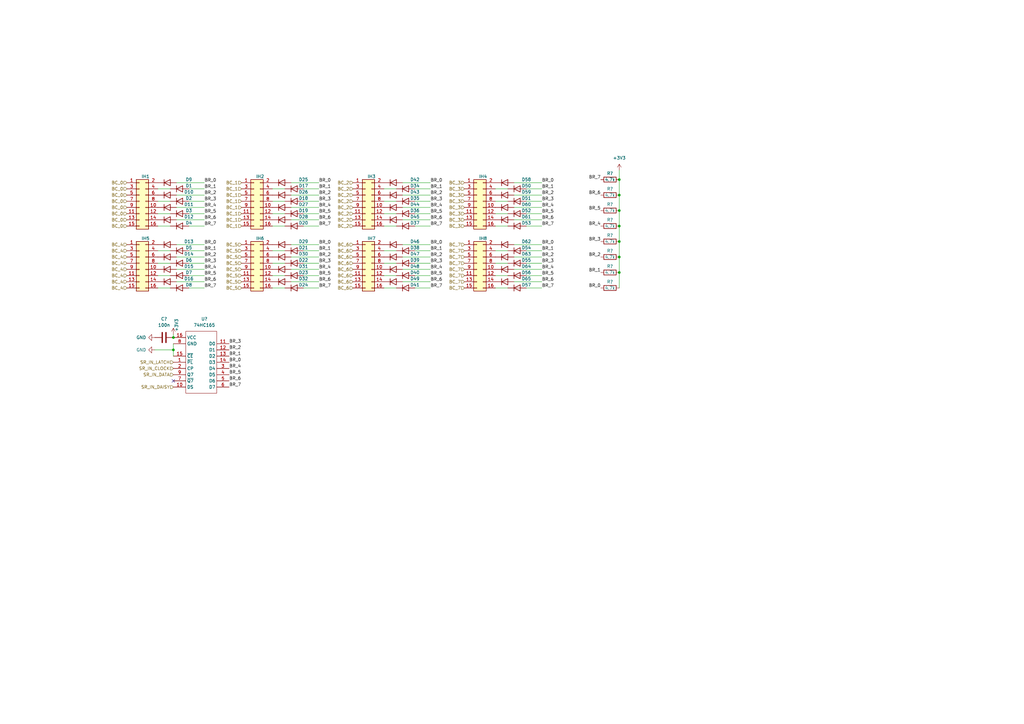
<source format=kicad_sch>
(kicad_sch (version 20211123) (generator eeschema)
  (paper "A3")
  (lib_symbols
    (symbol "Connector_Generic:Conn_02x08_Odd_Even" (pin_names (offset 1.016) hide)
      (property "Reference" "J" (at 1.27 10.16 0))
      (property "Value" "Conn_02x08_Odd_Even" (at 1.27 -12.7 0))
      (symbol "Conn_02x08_Odd_Even_1_1"
        (rectangle (start -1.27 -10.033) (end 0 -10.287) (stroke (width 0.1524)))
        (rectangle (start -1.27 -7.493) (end 0 -7.747) (stroke (width 0.1524)))
        (rectangle (start -1.27 -4.953) (end 0 -5.207) (stroke (width 0.1524)))
        (rectangle (start -1.27 -2.413) (end 0 -2.667) (stroke (width 0.1524)))
        (rectangle (start -1.27 0.127) (end 0 -0.127) (stroke (width 0.1524)))
        (rectangle (start -1.27 2.667) (end 0 2.413) (stroke (width 0.1524)))
        (rectangle (start -1.27 5.207) (end 0 4.953) (stroke (width 0.1524)))
        (rectangle (start -1.27 7.747) (end 0 7.493) (stroke (width 0.1524)))
        (rectangle (start -1.27 8.89) (end 3.81 -11.43) (stroke (width 0.254)) (fill (type background)))
        (rectangle (start 3.81 -10.033) (end 2.54 -10.287) (stroke (width 0.1524)))
        (rectangle (start 3.81 -7.493) (end 2.54 -7.747) (stroke (width 0.1524)))
        (rectangle (start 3.81 -4.953) (end 2.54 -5.207) (stroke (width 0.1524)))
        (rectangle (start 3.81 -2.413) (end 2.54 -2.667) (stroke (width 0.1524)))
        (rectangle (start 3.81 0.127) (end 2.54 -0.127) (stroke (width 0.1524)))
        (rectangle (start 3.81 2.667) (end 2.54 2.413) (stroke (width 0.1524)))
        (rectangle (start 3.81 5.207) (end 2.54 4.953) (stroke (width 0.1524)))
        (rectangle (start 3.81 7.747) (end 2.54 7.493) (stroke (width 0.1524)))
        (pin passive line (at -5.08 7.62 0) (length 3.81) (name "Pin_1") (number "1"))
        (pin passive line (at 7.62 -2.54 180) (length 3.81) (name "Pin_10") (number "10"))
        (pin passive line (at -5.08 -5.08 0) (length 3.81) (name "Pin_11") (number "11"))
        (pin passive line (at 7.62 -5.08 180) (length 3.81) (name "Pin_12") (number "12"))
        (pin passive line (at -5.08 -7.62 0) (length 3.81) (name "Pin_13") (number "13"))
        (pin passive line (at 7.62 -7.62 180) (length 3.81) (name "Pin_14") (number "14"))
        (pin passive line (at -5.08 -10.16 0) (length 3.81) (name "Pin_15") (number "15"))
        (pin passive line (at 7.62 -10.16 180) (length 3.81) (name "Pin_16") (number "16"))
        (pin passive line (at 7.62 7.62 180) (length 3.81) (name "Pin_2") (number "2"))
        (pin passive line (at -5.08 5.08 0) (length 3.81) (name "Pin_3") (number "3"))
        (pin passive line (at 7.62 5.08 180) (length 3.81) (name "Pin_4") (number "4"))
        (pin passive line (at -5.08 2.54 0) (length 3.81) (name "Pin_5") (number "5"))
        (pin passive line (at 7.62 2.54 180) (length 3.81) (name "Pin_6") (number "6"))
        (pin passive line (at -5.08 0 0) (length 3.81) (name "Pin_7") (number "7"))
        (pin passive line (at 7.62 0 180) (length 3.81) (name "Pin_8") (number "8"))
        (pin passive line (at -5.08 -2.54 0) (length 3.81) (name "Pin_9") (number "9"))
      )
    )
    (symbol "Device:C" (pin_numbers hide) (pin_names (offset 0.254))
      (property "Reference" "C" (at 0.635 2.54 0))
      (property "Value" "C" (at 0.635 -2.54 0))
      (symbol "C_0_1"
        (polyline (pts (xy -2.032 -0.762) (xy 2.032 -0.762)) (stroke (width 0.508)))
        (polyline (pts (xy -2.032 0.762) (xy 2.032 0.762)) (stroke (width 0.508)))
      )
      (symbol "C_1_1"
        (pin passive line (at 0 3.81 270) (length 2.794) (name "~") (number "1"))
        (pin passive line (at 0 -3.81 90) (length 2.794) (name "~") (number "2"))
      )
    )
    (symbol "Device:R" (pin_numbers hide) (pin_names (offset 0))
      (property "Reference" "R" (at 2.032 0 90))
      (property "Value" "R" (at 0 0 90))
      (symbol "R_0_1"
        (rectangle (start -1.016 -2.54) (end 1.016 2.54) (stroke (width 0.254)))
      )
      (symbol "R_1_1"
        (pin passive line (at 0 3.81 270) (length 1.27) (name "~") (number "1"))
        (pin passive line (at 0 -3.81 90) (length 1.27) (name "~") (number "2"))
      )
    )
    (symbol "Diode:1N4148WT" (pin_numbers hide) (pin_names (offset 1.016) hide)
      (property "Reference" "D" (at 0 2.54 0))
      (property "Value" "1N4148WT" (at 0 -2.54 0))
      (symbol "1N4148WT_0_1"
        (polyline (pts (xy -1.27 1.27) (xy -1.27 -1.27)) (stroke (width 0.254)))
        (polyline (pts (xy 1.27 0) (xy -1.27 0)))
        (polyline (pts (xy 1.27 1.27) (xy 1.27 -1.27) (xy -1.27 0) (xy 1.27 1.27)) (stroke (width 0.254)))
      )
      (symbol "1N4148WT_1_1"
        (pin passive line (at -3.81 0 0) (length 2.54) (name "K") (number "1"))
        (pin passive line (at 3.81 0 180) (length 2.54) (name "A") (number "2"))
      )
    )
    (symbol "igor_lib:74HC165"
      (property "Reference" "U?" (at 6.35 29.21 0))
      (property "Value" "74HC165" (at 6.35 26.67 0))
      (symbol "74HC165_1_0"
        (pin input line (at -5.08 12.7 0) (length 5.08) (name "~{PL}") (number "1"))
        (pin input line (at -5.08 2.54 0) (length 5.08) (name "DS") (number "10"))
        (pin input line (at 17.78 20.32 180) (length 5.08) (name "D0") (number "11"))
        (pin input line (at 17.78 17.78 180) (length 5.08) (name "D1") (number "12"))
        (pin input line (at 17.78 15.24 180) (length 5.08) (name "D2") (number "13"))
        (pin input line (at 17.78 12.7 180) (length 5.08) (name "D3") (number "14"))
        (pin input line (at -5.08 15.24 0) (length 5.08) (name "~{CE}") (number "15"))
        (pin power_in line (at -5.08 22.86 0) (length 5.08) (name "VCC") (number "16"))
        (pin input line (at -5.08 10.16 0) (length 5.08) (name "CP") (number "2"))
        (pin input line (at 17.78 10.16 180) (length 5.08) (name "D4") (number "3"))
        (pin input line (at 17.78 7.62 180) (length 5.08) (name "D5") (number "4"))
        (pin input line (at 17.78 5.08 180) (length 5.08) (name "D6") (number "5"))
        (pin input line (at 17.78 2.54 180) (length 5.08) (name "D7") (number "6"))
        (pin output line (at -5.08 5.08 0) (length 5.08) (name "~{Q7}") (number "7"))
        (pin power_in line (at -5.08 20.32 0) (length 5.08) (name "GND") (number "8"))
        (pin output line (at -5.08 7.62 0) (length 5.08) (name "Q7") (number "9"))
      )
      (symbol "74HC165_1_1"
        (rectangle (start 0 25.4) (end 12.7 0))
      )
    )
    (symbol "power:+3.3V" (power) (pin_names (offset 0))
      (property "Value" "+3.3V" (at 0 3.556 0))
      (symbol "+3.3V_0_1"
        (polyline (pts (xy -0.762 1.27) (xy 0 2.54)))
        (polyline (pts (xy 0 0) (xy 0 2.54)))
        (polyline (pts (xy 0 2.54) (xy 0.762 1.27)))
      )
      (symbol "+3.3V_1_1"
        (pin power_in line (at 0 0 90) (length 0) hide (name "+3V3") (number "1"))
      )
    )
    (symbol "power:GND" (power) (pin_names (offset 0))
      (property "Value" "GND" (at 0 -3.81 0))
      (symbol "GND_0_1"
        (polyline (pts (xy 0 0) (xy 0 -1.27) (xy 1.27 -1.27) (xy 0 -2.54) (xy -1.27 -1.27) (xy 0 -1.27)))
      )
      (symbol "GND_1_1"
        (pin power_in line (at 0 0 270) (length 0) hide (name "GND") (number "1"))
      )
    )
  )
  (junction (at 254 86.36))
  (junction (at 254 92.71))
  (junction (at 71.12 138.43))
  (junction (at 254 73.66))
  (junction (at 254 105.41))
  (junction (at 254 111.76))
  (junction (at 254 80.01))
  (junction (at 71.12 143.51))
  (junction (at 254 99.06))
  (no_connect (at 71.12 156.21))
  (wire (pts (xy 69.85 107.95) (xy 64.77 107.95)))
  (wire (pts (xy 119.38 105.41) (xy 130.81 105.41)))
  (wire (pts (xy 210.82 90.17) (xy 222.25 90.17)))
  (wire (pts (xy 69.85 102.87) (xy 64.77 102.87)))
  (wire (pts (xy 116.84 118.11) (xy 111.76 118.11)))
  (wire (pts (xy 63.5 143.51) (xy 71.12 143.51)))
  (wire (pts (xy 208.28 107.95) (xy 203.2 107.95)))
  (wire (pts (xy 210.82 74.93) (xy 222.25 74.93)))
  (wire (pts (xy 116.84 77.47) (xy 111.76 77.47)))
  (wire (pts (xy 215.9 102.87) (xy 222.25 102.87)))
  (wire (pts (xy 208.28 87.63) (xy 203.2 87.63)))
  (wire (pts (xy 72.39 115.57) (xy 83.82 115.57)))
  (wire (pts (xy 72.39 100.33) (xy 83.82 100.33)))
  (wire (pts (xy 208.28 113.03) (xy 203.2 113.03)))
  (wire (pts (xy 215.9 82.55) (xy 222.25 82.55)))
  (wire (pts (xy 119.38 110.49) (xy 130.81 110.49)))
  (wire (pts (xy 119.38 90.17) (xy 130.81 90.17)))
  (wire (pts (xy 162.56 92.71) (xy 157.48 92.71)))
  (wire (pts (xy 210.82 100.33) (xy 222.25 100.33)))
  (wire (pts (xy 77.47 107.95) (xy 83.82 107.95)))
  (wire (pts (xy 77.47 87.63) (xy 83.82 87.63)))
  (wire (pts (xy 124.46 118.11) (xy 130.81 118.11)))
  (wire (pts (xy 215.9 118.11) (xy 222.25 118.11)))
  (wire (pts (xy 72.39 74.93) (xy 83.82 74.93)))
  (wire (pts (xy 119.38 85.09) (xy 130.81 85.09)))
  (wire (pts (xy 210.82 80.01) (xy 222.25 80.01)))
  (wire (pts (xy 116.84 113.03) (xy 111.76 113.03)))
  (wire (pts (xy 77.47 102.87) (xy 83.82 102.87)))
  (wire (pts (xy 69.85 87.63) (xy 64.77 87.63)))
  (wire (pts (xy 71.12 143.51) (xy 71.12 146.05)))
  (wire (pts (xy 116.84 107.95) (xy 111.76 107.95)))
  (wire (pts (xy 162.56 102.87) (xy 157.48 102.87)))
  (wire (pts (xy 208.28 92.71) (xy 203.2 92.71)))
  (wire (pts (xy 162.56 113.03) (xy 157.48 113.03)))
  (wire (pts (xy 119.38 74.93) (xy 130.81 74.93)))
  (wire (pts (xy 165.1 90.17) (xy 176.53 90.17)))
  (wire (pts (xy 116.84 92.71) (xy 111.76 92.71)))
  (wire (pts (xy 215.9 87.63) (xy 222.25 87.63)))
  (wire (pts (xy 69.85 77.47) (xy 64.77 77.47)))
  (wire (pts (xy 210.82 85.09) (xy 222.25 85.09)))
  (wire (pts (xy 162.56 87.63) (xy 157.48 87.63)))
  (wire (pts (xy 170.18 107.95) (xy 176.53 107.95)))
  (wire (pts (xy 215.9 113.03) (xy 222.25 113.03)))
  (wire (pts (xy 69.85 113.03) (xy 64.77 113.03)))
  (wire (pts (xy 72.39 80.01) (xy 83.82 80.01)))
  (wire (pts (xy 119.38 100.33) (xy 130.81 100.33)))
  (wire (pts (xy 254 73.66) (xy 254 80.01)))
  (wire (pts (xy 77.47 77.47) (xy 83.82 77.47)))
  (wire (pts (xy 165.1 115.57) (xy 176.53 115.57)))
  (wire (pts (xy 165.1 74.93) (xy 176.53 74.93)))
  (wire (pts (xy 71.12 140.97) (xy 71.12 143.51)))
  (wire (pts (xy 162.56 107.95) (xy 157.48 107.95)))
  (wire (pts (xy 208.28 82.55) (xy 203.2 82.55)))
  (wire (pts (xy 165.1 100.33) (xy 176.53 100.33)))
  (wire (pts (xy 162.56 82.55) (xy 157.48 82.55)))
  (wire (pts (xy 210.82 105.41) (xy 222.25 105.41)))
  (wire (pts (xy 162.56 118.11) (xy 157.48 118.11)))
  (wire (pts (xy 210.82 115.57) (xy 222.25 115.57)))
  (wire (pts (xy 170.18 77.47) (xy 176.53 77.47)))
  (wire (pts (xy 77.47 82.55) (xy 83.82 82.55)))
  (wire (pts (xy 124.46 92.71) (xy 130.81 92.71)))
  (wire (pts (xy 116.84 82.55) (xy 111.76 82.55)))
  (wire (pts (xy 215.9 77.47) (xy 222.25 77.47)))
  (wire (pts (xy 116.84 87.63) (xy 111.76 87.63)))
  (wire (pts (xy 215.9 92.71) (xy 222.25 92.71)))
  (wire (pts (xy 170.18 92.71) (xy 176.53 92.71)))
  (wire (pts (xy 119.38 115.57) (xy 130.81 115.57)))
  (wire (pts (xy 165.1 105.41) (xy 176.53 105.41)))
  (wire (pts (xy 77.47 113.03) (xy 83.82 113.03)))
  (wire (pts (xy 124.46 102.87) (xy 130.81 102.87)))
  (wire (pts (xy 208.28 102.87) (xy 203.2 102.87)))
  (wire (pts (xy 124.46 82.55) (xy 130.81 82.55)))
  (wire (pts (xy 170.18 87.63) (xy 176.53 87.63)))
  (wire (pts (xy 124.46 113.03) (xy 130.81 113.03)))
  (wire (pts (xy 72.39 110.49) (xy 83.82 110.49)))
  (wire (pts (xy 69.85 118.11) (xy 64.77 118.11)))
  (wire (pts (xy 72.39 85.09) (xy 83.82 85.09)))
  (wire (pts (xy 69.85 82.55) (xy 64.77 82.55)))
  (wire (pts (xy 254 105.41) (xy 254 111.76)))
  (wire (pts (xy 254 86.36) (xy 254 92.71)))
  (wire (pts (xy 254 99.06) (xy 254 105.41)))
  (wire (pts (xy 170.18 102.87) (xy 176.53 102.87)))
  (wire (pts (xy 165.1 110.49) (xy 176.53 110.49)))
  (wire (pts (xy 254 80.01) (xy 254 86.36)))
  (wire (pts (xy 254 111.76) (xy 254 118.11)))
  (wire (pts (xy 116.84 102.87) (xy 111.76 102.87)))
  (wire (pts (xy 71.12 137.16) (xy 71.12 138.43)))
  (wire (pts (xy 170.18 118.11) (xy 176.53 118.11)))
  (wire (pts (xy 165.1 80.01) (xy 176.53 80.01)))
  (wire (pts (xy 208.28 77.47) (xy 203.2 77.47)))
  (wire (pts (xy 72.39 105.41) (xy 83.82 105.41)))
  (wire (pts (xy 215.9 107.95) (xy 222.25 107.95)))
  (wire (pts (xy 254 69.85) (xy 254 73.66)))
  (wire (pts (xy 119.38 80.01) (xy 130.81 80.01)))
  (wire (pts (xy 77.47 118.11) (xy 83.82 118.11)))
  (wire (pts (xy 165.1 85.09) (xy 176.53 85.09)))
  (wire (pts (xy 170.18 82.55) (xy 176.53 82.55)))
  (wire (pts (xy 69.85 92.71) (xy 64.77 92.71)))
  (wire (pts (xy 170.18 113.03) (xy 176.53 113.03)))
  (wire (pts (xy 162.56 77.47) (xy 157.48 77.47)))
  (wire (pts (xy 124.46 107.95) (xy 130.81 107.95)))
  (wire (pts (xy 208.28 118.11) (xy 203.2 118.11)))
  (wire (pts (xy 254 92.71) (xy 254 99.06)))
  (wire (pts (xy 124.46 87.63) (xy 130.81 87.63)))
  (wire (pts (xy 72.39 90.17) (xy 83.82 90.17)))
  (wire (pts (xy 77.47 92.71) (xy 83.82 92.71)))
  (wire (pts (xy 210.82 110.49) (xy 222.25 110.49)))
  (wire (pts (xy 124.46 77.47) (xy 130.81 77.47)))
  (label "BR_5" (at 130.81 87.63 0))
  (label "BR_6" (at 176.53 115.57 0))
  (label "BR_0" (at 222.25 74.93 0))
  (label "BR_2" (at 83.82 105.41 0))
  (label "BR_7" (at 222.25 118.11 0))
  (label "BR_4" (at 176.53 110.49 0))
  (label "BR_2" (at 222.25 80.01 0))
  (label "BR_5" (at 93.98 153.67 0))
  (label "BR_7" (at 176.53 118.11 0))
  (label "BR_5" (at 222.25 113.03 0))
  (label "BR_7" (at 93.98 158.75 0))
  (label "BR_3" (at 83.82 82.55 0))
  (label "BR_0" (at 176.53 100.33 0))
  (label "BR_6" (at 83.82 90.17 0))
  (label "BR_1" (at 83.82 102.87 0))
  (label "BR_3" (at 83.82 107.95 0))
  (label "BR_5" (at 83.82 87.63 0))
  (label "BR_1" (at 93.98 146.05 0))
  (label "BR_4" (at 246.38 92.71 180))
  (label "BR_7" (at 130.81 92.71 0))
  (label "BR_0" (at 130.81 74.93 0))
  (label "BR_3" (at 222.25 107.95 0))
  (label "BR_6" (at 176.53 90.17 0))
  (label "BR_1" (at 176.53 77.47 0))
  (label "BR_2" (at 130.81 105.41 0))
  (label "BR_3" (at 246.38 99.06 180))
  (label "BR_6" (at 83.82 115.57 0))
  (label "BR_4" (at 93.98 151.13 0))
  (label "BR_1" (at 246.38 111.76 180))
  (label "BR_6" (at 222.25 90.17 0))
  (label "BR_6" (at 93.98 156.21 0))
  (label "BR_1" (at 83.82 77.47 0))
  (label "BR_4" (at 130.81 110.49 0))
  (label "BR_5" (at 222.25 87.63 0))
  (label "BR_2" (at 130.81 80.01 0))
  (label "BR_1" (at 176.53 102.87 0))
  (label "BR_1" (at 222.25 77.47 0))
  (label "BR_0" (at 176.53 74.93 0))
  (label "BR_0" (at 83.82 74.93 0))
  (label "BR_7" (at 176.53 92.71 0))
  (label "BR_2" (at 83.82 80.01 0))
  (label "BR_4" (at 130.81 85.09 0))
  (label "BR_0" (at 83.82 100.33 0))
  (label "BR_2" (at 246.38 105.41 180))
  (label "BR_3" (at 222.25 82.55 0))
  (label "BR_4" (at 83.82 110.49 0))
  (label "BR_4" (at 176.53 85.09 0))
  (label "BR_4" (at 83.82 85.09 0))
  (label "BR_4" (at 222.25 85.09 0))
  (label "BR_6" (at 130.81 90.17 0))
  (label "BR_3" (at 176.53 82.55 0))
  (label "BR_6" (at 246.38 80.01 180))
  (label "BR_5" (at 176.53 113.03 0))
  (label "BR_7" (at 222.25 92.71 0))
  (label "BR_1" (at 222.25 102.87 0))
  (label "BR_2" (at 176.53 80.01 0))
  (label "BR_3" (at 93.98 140.97 0))
  (label "BR_0" (at 130.81 100.33 0))
  (label "BR_1" (at 130.81 77.47 0))
  (label "BR_1" (at 130.81 102.87 0))
  (label "BR_5" (at 246.38 86.36 180))
  (label "BR_7" (at 83.82 118.11 0))
  (label "BR_4" (at 222.25 110.49 0))
  (label "BR_0" (at 246.38 118.11 180))
  (label "BR_2" (at 93.98 143.51 0))
  (label "BR_2" (at 222.25 105.41 0))
  (label "BR_5" (at 83.82 113.03 0))
  (label "BR_7" (at 246.38 73.66 180))
  (label "BR_5" (at 176.53 87.63 0))
  (label "BR_3" (at 130.81 82.55 0))
  (label "BR_0" (at 93.98 148.59 0))
  (label "BR_2" (at 176.53 105.41 0))
  (label "BR_7" (at 130.81 118.11 0))
  (label "BR_7" (at 83.82 92.71 0))
  (label "BR_3" (at 130.81 107.95 0))
  (label "BR_6" (at 222.25 115.57 0))
  (label "BR_5" (at 130.81 113.03 0))
  (label "BR_0" (at 222.25 100.33 0))
  (label "BR_6" (at 130.81 115.57 0))
  (label "BR_3" (at 176.53 107.95 0))
  (hierarchical_label "BC_2" (shape input) (at 144.78 92.71 180))
  (hierarchical_label "BC_1" (shape input) (at 99.06 85.09 180))
  (hierarchical_label "BC_0" (shape input) (at 52.07 74.93 180))
  (hierarchical_label "BC_2" (shape input) (at 144.78 87.63 180))
  (hierarchical_label "SR_IN_LATCH" (shape input) (at 71.12 148.59 180))
  (hierarchical_label "BC_7" (shape input) (at 190.5 107.95 180))
  (hierarchical_label "BC_4" (shape input) (at 52.07 118.11 180))
  (hierarchical_label "BC_6" (shape input) (at 144.78 107.95 180))
  (hierarchical_label "BC_0" (shape input) (at 52.07 87.63 180))
  (hierarchical_label "SR_IN_DATA" (shape input) (at 71.12 153.67 180))
  (hierarchical_label "BC_1" (shape input) (at 99.06 74.93 180))
  (hierarchical_label "BC_4" (shape input) (at 52.07 107.95 180))
  (hierarchical_label "BC_7" (shape input) (at 190.5 110.49 180))
  (hierarchical_label "BC_1" (shape input) (at 99.06 87.63 180))
  (hierarchical_label "BC_6" (shape input) (at 144.78 115.57 180))
  (hierarchical_label "BC_2" (shape input) (at 144.78 82.55 180))
  (hierarchical_label "BC_6" (shape input) (at 144.78 118.11 180))
  (hierarchical_label "BC_3" (shape input) (at 190.5 92.71 180))
  (hierarchical_label "BC_3" (shape input) (at 190.5 87.63 180))
  (hierarchical_label "BC_0" (shape input) (at 52.07 92.71 180))
  (hierarchical_label "BC_0" (shape input) (at 52.07 82.55 180))
  (hierarchical_label "BC_6" (shape input) (at 144.78 102.87 180))
  (hierarchical_label "BC_5" (shape input) (at 99.06 110.49 180))
  (hierarchical_label "BC_3" (shape input) (at 190.5 82.55 180))
  (hierarchical_label "BC_2" (shape input) (at 144.78 85.09 180))
  (hierarchical_label "BC_5" (shape input) (at 99.06 118.11 180))
  (hierarchical_label "BC_4" (shape input) (at 52.07 105.41 180))
  (hierarchical_label "BC_5" (shape input) (at 99.06 115.57 180))
  (hierarchical_label "BC_7" (shape input) (at 190.5 100.33 180))
  (hierarchical_label "BC_1" (shape input) (at 99.06 77.47 180))
  (hierarchical_label "BC_2" (shape input) (at 144.78 77.47 180))
  (hierarchical_label "BC_4" (shape input) (at 52.07 115.57 180))
  (hierarchical_label "SR_IN_DAISY" (shape input) (at 71.12 158.75 180))
  (hierarchical_label "SR_IN_CLOCK" (shape input) (at 71.12 151.13 180))
  (hierarchical_label "BC_1" (shape input) (at 99.06 82.55 180))
  (hierarchical_label "BC_3" (shape input) (at 190.5 80.01 180))
  (hierarchical_label "BC_3" (shape input) (at 190.5 77.47 180))
  (hierarchical_label "BC_3" (shape input) (at 190.5 90.17 180))
  (hierarchical_label "BC_4" (shape input) (at 52.07 102.87 180))
  (hierarchical_label "BC_7" (shape input) (at 190.5 118.11 180))
  (hierarchical_label "BC_7" (shape input) (at 190.5 102.87 180))
  (hierarchical_label "BC_2" (shape input) (at 144.78 74.93 180))
  (hierarchical_label "BC_6" (shape input) (at 144.78 100.33 180))
  (hierarchical_label "BC_7" (shape input) (at 190.5 105.41 180))
  (hierarchical_label "BC_0" (shape input) (at 52.07 80.01 180))
  (hierarchical_label "BC_6" (shape input) (at 144.78 113.03 180))
  (hierarchical_label "BC_6" (shape input) (at 144.78 110.49 180))
  (hierarchical_label "BC_6" (shape input) (at 144.78 105.41 180))
  (hierarchical_label "BC_7" (shape input) (at 190.5 113.03 180))
  (hierarchical_label "BC_1" (shape input) (at 99.06 92.71 180))
  (hierarchical_label "BC_2" (shape input) (at 144.78 90.17 180))
  (hierarchical_label "BC_5" (shape input) (at 99.06 105.41 180))
  (hierarchical_label "BC_4" (shape input) (at 52.07 110.49 180))
  (hierarchical_label "BC_0" (shape input) (at 52.07 77.47 180))
  (hierarchical_label "BC_4" (shape input) (at 52.07 113.03 180))
  (hierarchical_label "BC_1" (shape input) (at 99.06 90.17 180))
  (hierarchical_label "BC_5" (shape input) (at 99.06 102.87 180))
  (hierarchical_label "BC_5" (shape input) (at 99.06 113.03 180))
  (hierarchical_label "BC_2" (shape input) (at 144.78 80.01 180))
  (hierarchical_label "BC_5" (shape input) (at 99.06 107.95 180))
  (hierarchical_label "BC_4" (shape input) (at 52.07 100.33 180))
  (hierarchical_label "BC_3" (shape input) (at 190.5 85.09 180))
  (hierarchical_label "BC_1" (shape input) (at 99.06 80.01 180))
  (hierarchical_label "BC_0" (shape input) (at 52.07 90.17 180))
  (hierarchical_label "BC_0" (shape input) (at 52.07 85.09 180))
  (hierarchical_label "BC_7" (shape input) (at 190.5 115.57 180))
  (hierarchical_label "BC_3" (shape input) (at 190.5 74.93 180))
  (hierarchical_label "BC_5" (shape input) (at 99.06 100.33 180))
  (symbol (lib_id "Connector_Generic:Conn_02x08_Odd_Even") (at 195.58 107.95 0) (unit 1)
    (property "Reference" "IH8" (at 198.12 97.79 0))
  )
  (symbol (lib_id "Diode:1N4148WT") (at 68.58 100.33 0) (unit 1)
    (property "Reference" "D13" (at 77.47 99.06 0))
    (property "Datasheet" "https://www.diodes.com/assets/Datasheets/ds30396.pdf" (effects hide))
    (property "LCSC" "C232841" (effects hide))
  )
  (symbol (lib_id "Diode:1N4148WT") (at 212.09 118.11 0) (unit 1)
    (property "Reference" "D57" (at 215.9 116.84 0))
    (property "Datasheet" "https://www.diodes.com/assets/Datasheets/ds30396.pdf" (effects hide))
    (property "LCSC" "C232841" (effects hide))
  )
  (symbol (lib_id "Diode:1N4148WT") (at 207.01 90.17 0) (unit 1)
    (property "Reference" "D61" (at 215.9 88.9 0))
    (property "Datasheet" "https://www.diodes.com/assets/Datasheets/ds30396.pdf" (effects hide))
    (property "LCSC" "C232841" (effects hide))
  )
  (symbol (lib_id "Diode:1N4148WT") (at 73.66 113.03 0) (unit 1)
    (property "Reference" "D7" (at 77.47 111.76 0))
    (property "Datasheet" "https://www.diodes.com/assets/Datasheets/ds30396.pdf" (effects hide))
    (property "LCSC" "C232841" (effects hide))
  )
  (symbol (lib_id "Diode:1N4148WT") (at 120.65 92.71 0) (unit 1)
    (property "Reference" "D20" (at 124.46 91.44 0))
    (property "Datasheet" "https://www.diodes.com/assets/Datasheets/ds30396.pdf" (effects hide))
    (property "LCSC" "C232841" (effects hide))
  )
  (symbol (lib_id "Diode:1N4148WT") (at 73.66 82.55 0) (unit 1)
    (property "Reference" "D2" (at 77.47 81.28 0))
    (property "Datasheet" "https://www.diodes.com/assets/Datasheets/ds30396.pdf" (effects hide))
    (property "LCSC" "C232841" (effects hide))
  )
  (symbol (lib_id "Device:R") (at 250.19 99.06 90) (unit 1)
    (property "Reference" "R?" (at 250.19 96.52 90))
    (property "Value" "4.7k" (at 250.19 99.06 90))
    (property "Footprint" "Resistor_SMD:R_0402_1005Metric" (effects hide))
    (property "LCSC" "C25900" (effects hide))
  )
  (symbol (lib_id "Connector_Generic:Conn_02x08_Odd_Even") (at 104.14 107.95 0) (unit 1)
    (property "Reference" "IH6" (at 106.68 97.79 0))
  )
  (symbol (lib_id "Diode:1N4148WT") (at 207.01 110.49 0) (unit 1)
    (property "Reference" "D64" (at 215.9 109.22 0))
    (property "Datasheet" "https://www.diodes.com/assets/Datasheets/ds30396.pdf" (effects hide))
    (property "LCSC" "C232841" (effects hide))
  )
  (symbol (lib_id "Diode:1N4148WT") (at 68.58 90.17 0) (unit 1)
    (property "Reference" "D12" (at 77.47 88.9 0))
    (property "Datasheet" "https://www.diodes.com/assets/Datasheets/ds30396.pdf" (effects hide))
    (property "LCSC" "C232841" (effects hide))
  )
  (symbol (lib_id "Diode:1N4148WT") (at 212.09 77.47 0) (unit 1)
    (property "Reference" "D50" (at 215.9 76.2 0))
    (property "Datasheet" "https://www.diodes.com/assets/Datasheets/ds30396.pdf" (effects hide))
    (property "LCSC" "C232841" (effects hide))
  )
  (symbol (lib_id "Diode:1N4148WT") (at 161.29 74.93 0) (unit 1)
    (property "Reference" "D42" (at 170.18 73.66 0))
    (property "Datasheet" "https://www.diodes.com/assets/Datasheets/ds30396.pdf" (effects hide))
    (property "LCSC" "C232841" (effects hide))
  )
  (symbol (lib_id "Device:R") (at 250.19 80.01 90) (unit 1)
    (property "Reference" "R?" (at 250.19 77.47 90))
    (property "Value" "4.7k" (at 250.19 80.01 90))
    (property "Footprint" "Resistor_SMD:R_0402_1005Metric" (effects hide))
    (property "LCSC" "C25900" (effects hide))
  )
  (symbol (lib_id "Diode:1N4148WT") (at 68.58 80.01 0) (unit 1)
    (property "Reference" "D10" (at 77.47 78.74 0))
    (property "Datasheet" "https://www.diodes.com/assets/Datasheets/ds30396.pdf" (effects hide))
    (property "LCSC" "C232841" (effects hide))
  )
  (symbol (lib_id "Diode:1N4148WT") (at 161.29 115.57 0) (unit 1)
    (property "Reference" "D49" (at 170.18 114.3 0))
    (property "Datasheet" "https://www.diodes.com/assets/Datasheets/ds30396.pdf" (effects hide))
    (property "LCSC" "C232841" (effects hide))
  )
  (symbol (lib_id "Diode:1N4148WT") (at 212.09 113.03 0) (unit 1)
    (property "Reference" "D56" (at 215.9 111.76 0))
    (property "Datasheet" "https://www.diodes.com/assets/Datasheets/ds30396.pdf" (effects hide))
    (property "LCSC" "C232841" (effects hide))
  )
  (symbol (lib_id "Device:R") (at 250.19 111.76 90) (unit 1)
    (property "Reference" "R?" (at 250.19 109.22 90))
    (property "Value" "4.7k" (at 250.19 111.76 90))
    (property "Footprint" "Resistor_SMD:R_0402_1005Metric" (effects hide))
    (property "LCSC" "C25900" (effects hide))
  )
  (symbol (lib_id "Diode:1N4148WT") (at 207.01 85.09 0) (unit 1)
    (property "Reference" "D60" (at 215.9 83.82 0))
    (property "Datasheet" "https://www.diodes.com/assets/Datasheets/ds30396.pdf" (effects hide))
    (property "LCSC" "C232841" (effects hide))
  )
  (symbol (lib_id "Diode:1N4148WT") (at 161.29 80.01 0) (unit 1)
    (property "Reference" "D43" (at 170.18 78.74 0))
    (property "Datasheet" "https://www.diodes.com/assets/Datasheets/ds30396.pdf" (effects hide))
    (property "LCSC" "C232841" (effects hide))
  )
  (symbol (lib_id "Diode:1N4148WT") (at 115.57 110.49 0) (unit 1)
    (property "Reference" "D31" (at 124.46 109.22 0))
    (property "Datasheet" "https://www.diodes.com/assets/Datasheets/ds30396.pdf" (effects hide))
    (property "LCSC" "C232841" (effects hide))
  )
  (symbol (lib_id "Diode:1N4148WT") (at 68.58 85.09 0) (unit 1)
    (property "Reference" "D11" (at 77.47 83.82 0))
    (property "Datasheet" "https://www.diodes.com/assets/Datasheets/ds30396.pdf" (effects hide))
    (property "LCSC" "C232841" (effects hide))
  )
  (symbol (lib_id "Diode:1N4148WT") (at 207.01 115.57 0) (unit 1)
    (property "Reference" "D65" (at 215.9 114.3 0))
    (property "Datasheet" "https://www.diodes.com/assets/Datasheets/ds30396.pdf" (effects hide))
    (property "LCSC" "C232841" (effects hide))
  )
  (symbol (lib_id "Diode:1N4148WT") (at 73.66 102.87 0) (unit 1)
    (property "Reference" "D5" (at 77.47 101.6 0))
    (property "Datasheet" "https://www.diodes.com/assets/Datasheets/ds30396.pdf" (effects hide))
    (property "LCSC" "C232841" (effects hide))
  )
  (symbol (lib_id "Connector_Generic:Conn_02x08_Odd_Even") (at 104.14 82.55 0) (unit 1)
    (property "Reference" "IH2" (at 106.68 72.39 0))
  )
  (symbol (lib_id "Diode:1N4148WT") (at 207.01 100.33 0) (unit 1)
    (property "Reference" "D62" (at 215.9 99.06 0))
    (property "Datasheet" "https://www.diodes.com/assets/Datasheets/ds30396.pdf" (effects hide))
    (property "LCSC" "C232841" (effects hide))
  )
  (symbol (lib_id "Diode:1N4148WT") (at 166.37 113.03 0) (unit 1)
    (property "Reference" "D40" (at 170.18 111.76 0))
    (property "Datasheet" "https://www.diodes.com/assets/Datasheets/ds30396.pdf" (effects hide))
    (property "LCSC" "C232841" (effects hide))
  )
  (symbol (lib_id "Diode:1N4148WT") (at 115.57 105.41 0) (unit 1)
    (property "Reference" "D30" (at 124.46 104.14 0))
    (property "Datasheet" "https://www.diodes.com/assets/Datasheets/ds30396.pdf" (effects hide))
    (property "LCSC" "C232841" (effects hide))
  )
  (symbol (lib_id "Diode:1N4148WT") (at 120.65 113.03 0) (unit 1)
    (property "Reference" "D23" (at 124.46 111.76 0))
    (property "Datasheet" "https://www.diodes.com/assets/Datasheets/ds30396.pdf" (effects hide))
    (property "LCSC" "C232841" (effects hide))
  )
  (symbol (lib_id "Device:R") (at 250.19 105.41 90) (unit 1)
    (property "Reference" "R?" (at 250.19 102.87 90))
    (property "Value" "4.7k" (at 250.19 105.41 90))
    (property "Footprint" "Resistor_SMD:R_0402_1005Metric" (effects hide))
    (property "LCSC" "C25900" (effects hide))
  )
  (symbol (lib_id "power:GND") (at 63.5 138.43 270) (unit 1)
    (property "Reference" "#PWR?" (effects hide))
    (property "Value" "GND" (at 55.88 138.43 90) (effects (justify left)))
  )
  (symbol (lib_id "Diode:1N4148WT") (at 68.58 115.57 0) (unit 1)
    (property "Reference" "D16" (at 77.47 114.3 0))
    (property "Datasheet" "https://www.diodes.com/assets/Datasheets/ds30396.pdf" (effects hide))
    (property "LCSC" "C232841" (effects hide))
  )
  (symbol (lib_id "igor_lib:74HC165") (at 76.2 161.29 0) (unit 1)
    (property "Reference" "U?" (at 83.82 130.81 0))
    (property "Value" "74HC165" (at 83.82 133.35 0))
    (property "Footprint" "Package_SO:SO-16_3.9x9.9mm_P1.27mm" (effects hide))
    (property "LCSC" "C5613" (effects hide))
  )
  (symbol (lib_id "Device:C") (at 67.31 138.43 90) (unit 1)
    (property "Reference" "C?" (at 67.31 130.81 90))
    (property "Value" "100n" (at 67.31 133.35 90))
    (property "Footprint" "Capacitor_SMD:C_0402_1005Metric" (effects hide))
    (property "LCSC" "C1525" (effects hide))
  )
  (symbol (lib_id "Diode:1N4148WT") (at 68.58 110.49 0) (unit 1)
    (property "Reference" "D15" (at 77.47 109.22 0))
    (property "Datasheet" "https://www.diodes.com/assets/Datasheets/ds30396.pdf" (effects hide))
    (property "LCSC" "C232841" (effects hide))
  )
  (symbol (lib_id "Diode:1N4148WT") (at 166.37 77.47 0) (unit 1)
    (property "Reference" "D34" (at 170.18 76.2 0))
    (property "Datasheet" "https://www.diodes.com/assets/Datasheets/ds30396.pdf" (effects hide))
    (property "LCSC" "C232841" (effects hide))
  )
  (symbol (lib_id "Diode:1N4148WT") (at 68.58 74.93 0) (unit 1)
    (property "Reference" "D9" (at 77.47 73.66 0))
    (property "Datasheet" "https://www.diodes.com/assets/Datasheets/ds30396.pdf" (effects hide))
    (property "LCSC" "C232841" (effects hide))
  )
  (symbol (lib_id "Diode:1N4148WT") (at 120.65 82.55 0) (unit 1)
    (property "Reference" "D18" (at 124.46 81.28 0))
    (property "Datasheet" "https://www.diodes.com/assets/Datasheets/ds30396.pdf" (effects hide))
    (property "LCSC" "C232841" (effects hide))
  )
  (symbol (lib_id "Diode:1N4148WT") (at 73.66 118.11 0) (unit 1)
    (property "Reference" "D8" (at 77.47 116.84 0))
    (property "Datasheet" "https://www.diodes.com/assets/Datasheets/ds30396.pdf" (effects hide))
    (property "LCSC" "C232841" (effects hide))
  )
  (symbol (lib_id "Diode:1N4148WT") (at 73.66 77.47 0) (unit 1)
    (property "Reference" "D1" (at 77.47 76.2 0))
    (property "Datasheet" "https://www.diodes.com/assets/Datasheets/ds30396.pdf" (effects hide))
    (property "LCSC" "C232841" (effects hide))
  )
  (symbol (lib_id "Diode:1N4148WT") (at 161.29 105.41 0) (unit 1)
    (property "Reference" "D47" (at 170.18 104.14 0))
    (property "Datasheet" "https://www.diodes.com/assets/Datasheets/ds30396.pdf" (effects hide))
    (property "LCSC" "C232841" (effects hide))
  )
  (symbol (lib_id "Diode:1N4148WT") (at 115.57 85.09 0) (unit 1)
    (property "Reference" "D27" (at 124.46 83.82 0))
    (property "Datasheet" "https://www.diodes.com/assets/Datasheets/ds30396.pdf" (effects hide))
    (property "LCSC" "C232841" (effects hide))
  )
  (symbol (lib_id "Diode:1N4148WT") (at 120.65 77.47 0) (unit 1)
    (property "Reference" "D17" (at 124.46 76.2 0))
    (property "Datasheet" "https://www.diodes.com/assets/Datasheets/ds30396.pdf" (effects hide))
    (property "LCSC" "C232841" (effects hide))
  )
  (symbol (lib_id "Device:R") (at 250.19 86.36 90) (unit 1)
    (property "Reference" "R?" (at 250.19 83.82 90))
    (property "Value" "4.7k" (at 250.19 86.36 90))
    (property "Footprint" "Resistor_SMD:R_0402_1005Metric" (effects hide))
    (property "LCSC" "C25900" (effects hide))
  )
  (symbol (lib_id "Device:R") (at 250.19 92.71 90) (unit 1)
    (property "Reference" "R?" (at 250.19 90.17 90))
    (property "Value" "4.7k" (at 250.19 92.71 90))
    (property "Footprint" "Resistor_SMD:R_0402_1005Metric" (effects hide))
    (property "LCSC" "C25900" (effects hide))
  )
  (symbol (lib_id "Diode:1N4148WT") (at 161.29 85.09 0) (unit 1)
    (property "Reference" "D44" (at 170.18 83.82 0))
    (property "Datasheet" "https://www.diodes.com/assets/Datasheets/ds30396.pdf" (effects hide))
    (property "LCSC" "C232841" (effects hide))
  )
  (symbol (lib_id "Diode:1N4148WT") (at 120.65 102.87 0) (unit 1)
    (property "Reference" "D21" (at 124.46 101.6 0))
    (property "Datasheet" "https://www.diodes.com/assets/Datasheets/ds30396.pdf" (effects hide))
    (property "LCSC" "C232841" (effects hide))
  )
  (symbol (lib_id "Diode:1N4148WT") (at 68.58 105.41 0) (unit 1)
    (property "Reference" "D14" (at 77.47 104.14 0))
    (property "Datasheet" "https://www.diodes.com/assets/Datasheets/ds30396.pdf" (effects hide))
    (property "LCSC" "C232841" (effects hide))
  )
  (symbol (lib_id "Connector_Generic:Conn_02x08_Odd_Even") (at 57.15 82.55 0) (unit 1)
    (property "Reference" "IH1" (at 59.69 72.39 0))
  )
  (symbol (lib_id "Diode:1N4148WT") (at 166.37 107.95 0) (unit 1)
    (property "Reference" "D39" (at 170.18 106.68 0))
    (property "Datasheet" "https://www.diodes.com/assets/Datasheets/ds30396.pdf" (effects hide))
    (property "LCSC" "C232841" (effects hide))
  )
  (symbol (lib_id "power:GND") (at 63.5 143.51 270) (unit 1)
    (property "Reference" "#PWR?" (effects hide))
    (property "Value" "GND" (at 55.88 143.51 90) (effects (justify left)))
  )
  (symbol (lib_id "Diode:1N4148WT") (at 115.57 100.33 0) (unit 1)
    (property "Reference" "D29" (at 124.46 99.06 0))
    (property "Datasheet" "https://www.diodes.com/assets/Datasheets/ds30396.pdf" (effects hide))
    (property "LCSC" "C232841" (effects hide))
  )
  (symbol (lib_id "Device:R") (at 250.19 73.66 90) (unit 1)
    (property "Reference" "R?" (at 250.19 71.12 90))
    (property "Value" "4.7k" (at 250.19 73.66 90))
    (property "Footprint" "Resistor_SMD:R_0402_1005Metric" (effects hide))
    (property "LCSC" "C25900" (effects hide))
  )
  (symbol (lib_id "Diode:1N4148WT") (at 166.37 82.55 0) (unit 1)
    (property "Reference" "D35" (at 170.18 81.28 0))
    (property "Datasheet" "https://www.diodes.com/assets/Datasheets/ds30396.pdf" (effects hide))
    (property "LCSC" "C232841" (effects hide))
  )
  (symbol (lib_id "Diode:1N4148WT") (at 212.09 82.55 0) (unit 1)
    (property "Reference" "D51" (at 215.9 81.28 0))
    (property "Datasheet" "https://www.diodes.com/assets/Datasheets/ds30396.pdf" (effects hide))
    (property "LCSC" "C232841" (effects hide))
  )
  (symbol (lib_id "Diode:1N4148WT") (at 166.37 102.87 0) (unit 1)
    (property "Reference" "D38" (at 170.18 101.6 0))
    (property "Datasheet" "https://www.diodes.com/assets/Datasheets/ds30396.pdf" (effects hide))
    (property "LCSC" "C232841" (effects hide))
  )
  (symbol (lib_id "Connector_Generic:Conn_02x08_Odd_Even") (at 149.86 82.55 0) (unit 1)
    (property "Reference" "IH3" (at 152.4 72.39 0))
  )
  (symbol (lib_id "Diode:1N4148WT") (at 115.57 80.01 0) (unit 1)
    (property "Reference" "D26" (at 124.46 78.74 0))
    (property "Datasheet" "https://www.diodes.com/assets/Datasheets/ds30396.pdf" (effects hide))
    (property "LCSC" "C232841" (effects hide))
  )
  (symbol (lib_id "Diode:1N4148WT") (at 212.09 87.63 0) (unit 1)
    (property "Reference" "D52" (at 215.9 86.36 0))
    (property "Datasheet" "https://www.diodes.com/assets/Datasheets/ds30396.pdf" (effects hide))
    (property "LCSC" "C232841" (effects hide))
  )
  (symbol (lib_id "Diode:1N4148WT") (at 73.66 107.95 0) (unit 1)
    (property "Reference" "D6" (at 77.47 106.68 0))
    (property "Datasheet" "https://www.diodes.com/assets/Datasheets/ds30396.pdf" (effects hide))
    (property "LCSC" "C232841" (effects hide))
  )
  (symbol (lib_id "Diode:1N4148WT") (at 115.57 115.57 0) (unit 1)
    (property "Reference" "D32" (at 124.46 114.3 0))
    (property "Datasheet" "https://www.diodes.com/assets/Datasheets/ds30396.pdf" (effects hide))
    (property "LCSC" "C232841" (effects hide))
  )
  (symbol (lib_id "Diode:1N4148WT") (at 207.01 74.93 0) (unit 1)
    (property "Reference" "D58" (at 215.9 73.66 0))
    (property "Datasheet" "https://www.diodes.com/assets/Datasheets/ds30396.pdf" (effects hide))
    (property "LCSC" "C232841" (effects hide))
  )
  (symbol (lib_id "Diode:1N4148WT") (at 166.37 92.71 0) (unit 1)
    (property "Reference" "D37" (at 170.18 91.44 0))
    (property "Datasheet" "https://www.diodes.com/assets/Datasheets/ds30396.pdf" (effects hide))
    (property "LCSC" "C232841" (effects hide))
  )
  (symbol (lib_id "Diode:1N4148WT") (at 212.09 102.87 0) (unit 1)
    (property "Reference" "D54" (at 215.9 101.6 0))
    (property "Datasheet" "https://www.diodes.com/assets/Datasheets/ds30396.pdf" (effects hide))
    (property "LCSC" "C232841" (effects hide))
  )
  (symbol (lib_id "Diode:1N4148WT") (at 212.09 107.95 0) (unit 1)
    (property "Reference" "D55" (at 215.9 106.68 0))
    (property "Datasheet" "https://www.diodes.com/assets/Datasheets/ds30396.pdf" (effects hide))
    (property "LCSC" "C232841" (effects hide))
  )
  (symbol (lib_id "power:+3.3V") (at 254 69.85 0) (unit 1)
    (property "Reference" "#PWR?" (effects hide))
    (property "Value" "+3.3V" (at 254 64.77 0))
  )
  (symbol (lib_id "Diode:1N4148WT") (at 161.29 90.17 0) (unit 1)
    (property "Reference" "D45" (at 170.18 88.9 0))
    (property "Datasheet" "https://www.diodes.com/assets/Datasheets/ds30396.pdf" (effects hide))
    (property "LCSC" "C232841" (effects hide))
  )
  (symbol (lib_id "Diode:1N4148WT") (at 207.01 105.41 0) (unit 1)
    (property "Reference" "D63" (at 215.9 104.14 0))
    (property "Datasheet" "https://www.diodes.com/assets/Datasheets/ds30396.pdf" (effects hide))
    (property "LCSC" "C232841" (effects hide))
  )
  (symbol (lib_id "Diode:1N4148WT") (at 161.29 100.33 0) (unit 1)
    (property "Reference" "D46" (at 170.18 99.06 0))
    (property "Datasheet" "https://www.diodes.com/assets/Datasheets/ds30396.pdf" (effects hide))
    (property "LCSC" "C232841" (effects hide))
  )
  (symbol (lib_id "Diode:1N4148WT") (at 73.66 87.63 0) (unit 1)
    (property "Reference" "D3" (at 77.47 86.36 0))
    (property "Datasheet" "https://www.diodes.com/assets/Datasheets/ds30396.pdf" (effects hide))
    (property "LCSC" "C232841" (effects hide))
  )
  (symbol (lib_id "Connector_Generic:Conn_02x08_Odd_Even") (at 57.15 107.95 0) (unit 1)
    (property "Reference" "IH5" (at 59.69 97.79 0))
  )
  (symbol (lib_id "Connector_Generic:Conn_02x08_Odd_Even") (at 195.58 82.55 0) (unit 1)
    (property "Reference" "IH4" (at 198.12 72.39 0))
  )
  (symbol (lib_id "Diode:1N4148WT") (at 120.65 87.63 0) (unit 1)
    (property "Reference" "D19" (at 124.46 86.36 0))
    (property "Datasheet" "https://www.diodes.com/assets/Datasheets/ds30396.pdf" (effects hide))
    (property "LCSC" "C232841" (effects hide))
  )
  (symbol (lib_id "Diode:1N4148WT") (at 207.01 80.01 0) (unit 1)
    (property "Reference" "D59" (at 215.9 78.74 0))
    (property "Datasheet" "https://www.diodes.com/assets/Datasheets/ds30396.pdf" (effects hide))
    (property "LCSC" "C232841" (effects hide))
  )
  (symbol (lib_id "Diode:1N4148WT") (at 161.29 110.49 0) (unit 1)
    (property "Reference" "D48" (at 170.18 109.22 0))
    (property "Datasheet" "https://www.diodes.com/assets/Datasheets/ds30396.pdf" (effects hide))
    (property "LCSC" "C232841" (effects hide))
  )
  (symbol (lib_id "Diode:1N4148WT") (at 120.65 107.95 0) (unit 1)
    (property "Reference" "D22" (at 124.46 106.68 0))
    (property "Datasheet" "https://www.diodes.com/assets/Datasheets/ds30396.pdf" (effects hide))
    (property "LCSC" "C232841" (effects hide))
  )
  (symbol (lib_id "Diode:1N4148WT") (at 73.66 92.71 0) (unit 1)
    (property "Reference" "D4" (at 77.47 91.44 0))
    (property "Datasheet" "https://www.diodes.com/assets/Datasheets/ds30396.pdf" (effects hide))
    (property "LCSC" "C232841" (effects hide))
  )
  (symbol (lib_id "power:+3.3V") (at 71.12 137.16 0) (unit 1)
    (property "Reference" "#PWR?" (effects hide))
    (property "Value" "+3.3V" (at 72.39 133.35 90))
  )
  (symbol (lib_id "Device:R") (at 250.19 118.11 90) (unit 1)
    (property "Reference" "R?" (at 250.19 115.57 90))
    (property "Value" "4.7k" (at 250.19 118.11 90))
    (property "Footprint" "Resistor_SMD:R_0402_1005Metric" (effects hide))
    (property "LCSC" "C25900" (effects hide))
  )
  (symbol (lib_id "Diode:1N4148WT") (at 115.57 74.93 0) (unit 1)
    (property "Reference" "D25" (at 124.46 73.66 0))
    (property "Datasheet" "https://www.diodes.com/assets/Datasheets/ds30396.pdf" (effects hide))
    (property "LCSC" "C232841" (effects hide))
  )
  (symbol (lib_id "Diode:1N4148WT") (at 212.09 92.71 0) (unit 1)
    (property "Reference" "D53" (at 215.9 91.44 0))
    (property "Datasheet" "https://www.diodes.com/assets/Datasheets/ds30396.pdf" (effects hide))
    (property "LCSC" "C232841" (effects hide))
  )
  (symbol (lib_id "Diode:1N4148WT") (at 120.65 118.11 0) (unit 1)
    (property "Reference" "D24" (at 124.46 116.84 0))
    (property "Datasheet" "https://www.diodes.com/assets/Datasheets/ds30396.pdf" (effects hide))
    (property "LCSC" "C232841" (effects hide))
  )
  (symbol (lib_id "Connector_Generic:Conn_02x08_Odd_Even") (at 149.86 107.95 0) (unit 1)
    (property "Reference" "IH7" (at 152.4 97.79 0))
  )
  (symbol (lib_id "Diode:1N4148WT") (at 166.37 118.11 0) (unit 1)
    (property "Reference" "D41" (at 170.18 116.84 0))
    (property "Datasheet" "https://www.diodes.com/assets/Datasheets/ds30396.pdf" (effects hide))
    (property "LCSC" "C232841" (effects hide))
  )
  (symbol (lib_id "Diode:1N4148WT") (at 166.37 87.63 0) (unit 1)
    (property "Reference" "D36" (at 170.18 86.36 0))
    (property "Datasheet" "https://www.diodes.com/assets/Datasheets/ds30396.pdf" (effects hide))
    (property "LCSC" "C232841" (effects hide))
  )
  (symbol (lib_id "Diode:1N4148WT") (at 115.57 90.17 0) (unit 1)
    (property "Reference" "D28" (at 124.46 88.9 0))
    (property "Datasheet" "https://www.diodes.com/assets/Datasheets/ds30396.pdf" (effects hide))
    (property "LCSC" "C232841" (effects hide))
  )
)
</source>
